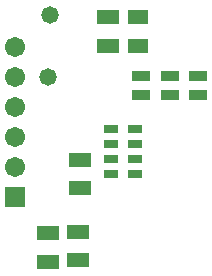
<source format=gts>
G04*
G04 #@! TF.GenerationSoftware,Altium Limited,Altium Designer,22.9.1 (49)*
G04*
G04 Layer_Color=8388736*
%FSLAX25Y25*%
%MOIN*%
G70*
G04*
G04 #@! TF.SameCoordinates,238DCCA7-EAB9-45AF-8392-884DA2B8F986*
G04*
G04*
G04 #@! TF.FilePolarity,Negative*
G04*
G01*
G75*
%ADD14R,0.07087X0.04724*%
%ADD17R,0.04540X0.03162*%
%ADD18R,0.07480X0.05118*%
%ADD19R,0.05906X0.03543*%
%ADD20R,0.06706X0.06706*%
%ADD21C,0.06706*%
%ADD22C,0.05800*%
D14*
X61500Y78276D02*
D03*
Y87724D02*
D03*
D17*
X60500Y45500D02*
D03*
X52626Y35658D02*
D03*
Y40579D02*
D03*
Y45500D02*
D03*
Y50421D02*
D03*
X60500D02*
D03*
Y40579D02*
D03*
Y35658D02*
D03*
D18*
X42000Y30776D02*
D03*
Y40224D02*
D03*
X41500Y6776D02*
D03*
Y16224D02*
D03*
X31500Y6276D02*
D03*
Y15724D02*
D03*
X51500Y87724D02*
D03*
Y78276D02*
D03*
D19*
X72000Y62000D02*
D03*
Y68299D02*
D03*
X62500Y62000D02*
D03*
Y68299D02*
D03*
X81500Y62000D02*
D03*
Y68299D02*
D03*
D20*
X20500Y28000D02*
D03*
D21*
Y38000D02*
D03*
Y48000D02*
D03*
Y58000D02*
D03*
Y68000D02*
D03*
Y78000D02*
D03*
D22*
X32000Y88500D02*
D03*
X31500Y68000D02*
D03*
M02*

</source>
